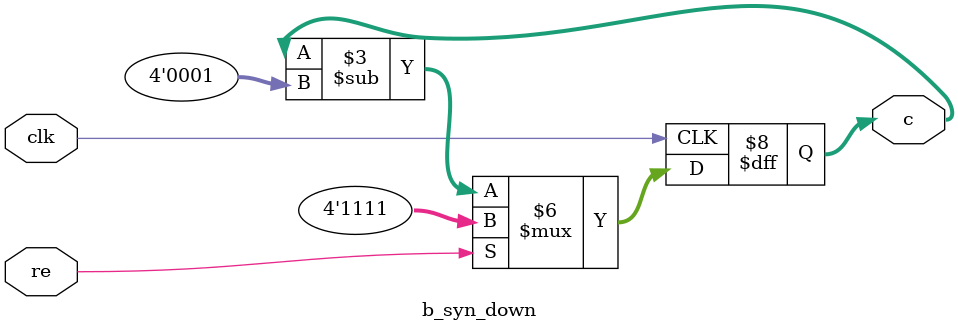
<source format=v>
`timescale 1ns / 1ps
module b_syn_down(clk,re,c);
    input clk,re;
    output reg [3:0] c;
     initial c=4'b1111;
	  always@(posedge clk)
       begin
		 if(re==1'b1)
		    c<=4'b1111;
		 else
		   c<=c-4'b0001;
			end
endmodule

</source>
